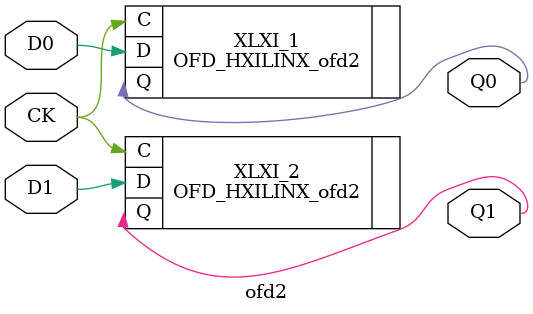
<source format=v>
module ofd2(CK, 
            D0, 
            D1, 
            Q0, 
            Q1);

    input CK;
    input D0;
    input D1;
   output Q0;
   output Q1;
   
   
   (* HU_SET = "XLXI_1_0" *) 
   OFD_HXILINX_ofd2 #( .INIT(1'b0) ) XLXI_1 (.C(CK), 
                            .D(D0), 
                            .Q(Q0));
   (* HU_SET = "XLXI_2_1" *) 
   OFD_HXILINX_ofd2 #( .INIT(1'b0) ) XLXI_2 (.C(CK), 
                            .D(D1), 
                            .Q(Q1));
endmodule

</source>
